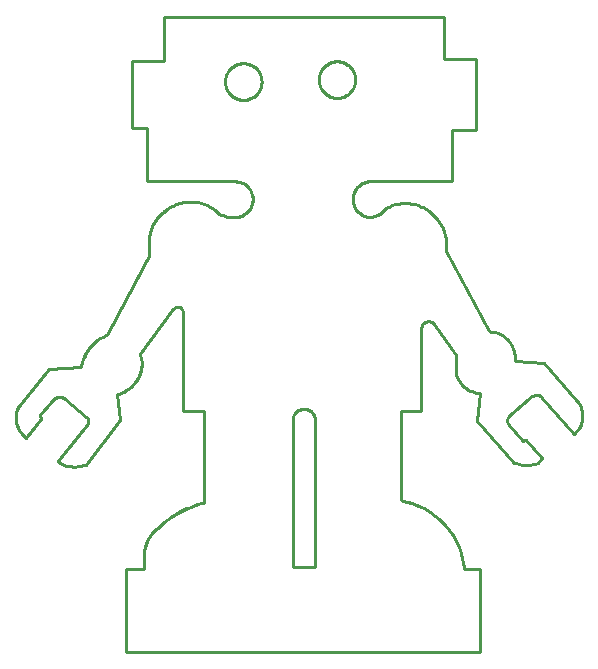
<source format=gko>
G04 EAGLE Gerber X2 export*
G75*
%MOMM*%
%FSLAX34Y34*%
%LPD*%
%AMOC8*
5,1,8,0,0,1.08239X$1,22.5*%
G01*
%ADD10C,0.127000*%
%ADD11C,0.000000*%
%ADD12C,0.254000*%


D10*
X50000Y0D02*
X350000Y0D01*
X350000Y70000D01*
X336000Y70000D01*
X50000Y70000D02*
X50000Y0D01*
X50000Y70000D02*
X65000Y70000D01*
X65000Y80000D01*
X64997Y80757D01*
X65013Y81513D01*
X65046Y82269D01*
X65099Y83023D01*
X65170Y83777D01*
X65259Y84528D01*
X65366Y85277D01*
X65492Y86023D01*
X65636Y86766D01*
X65798Y87505D01*
X65978Y88240D01*
X66175Y88970D01*
X66391Y89695D01*
X66624Y90415D01*
X66875Y91129D01*
X67143Y91836D01*
X67428Y92537D01*
X67730Y93230D01*
X68049Y93916D01*
X68385Y94594D01*
X68737Y95264D01*
X69105Y95925D01*
X69490Y96576D01*
X69890Y97219D01*
X70306Y97851D01*
X70737Y98472D01*
X71183Y99084D01*
X71643Y99684D01*
X72119Y100272D01*
X72608Y100849D01*
X73112Y101414D01*
X73629Y101966D01*
X74159Y102505D01*
X74703Y103032D01*
X75259Y103545D01*
X75827Y104044D01*
X76408Y104529D01*
X77000Y105000D01*
X76999Y105000D02*
X78416Y106342D01*
X79864Y107649D01*
X81343Y108920D01*
X82852Y110156D01*
X84390Y111355D01*
X85957Y112517D01*
X87551Y113641D01*
X89172Y114726D01*
X90818Y115772D01*
X92489Y116779D01*
X94184Y117744D01*
X95901Y118669D01*
X97640Y119552D01*
X99400Y120393D01*
X101179Y121192D01*
X102978Y121948D01*
X104794Y122660D01*
X106626Y123328D01*
X108474Y123953D01*
X110336Y124532D01*
X112212Y125067D01*
X114100Y125556D01*
X116000Y126000D01*
X116000Y204000D01*
X98000Y204000D01*
X98000Y287650D01*
X97998Y287780D01*
X97992Y287909D01*
X97982Y288038D01*
X97968Y288167D01*
X97951Y288295D01*
X97929Y288423D01*
X97904Y288550D01*
X97874Y288676D01*
X97841Y288801D01*
X97804Y288925D01*
X97763Y289048D01*
X97719Y289170D01*
X97671Y289290D01*
X97619Y289409D01*
X97564Y289526D01*
X97505Y289641D01*
X97442Y289755D01*
X97376Y289866D01*
X97307Y289976D01*
X97235Y290083D01*
X97159Y290188D01*
X97080Y290291D01*
X96998Y290391D01*
X96913Y290489D01*
X96825Y290584D01*
X96734Y290676D01*
X96640Y290766D01*
X96544Y290852D01*
X96445Y290936D01*
X96344Y291017D01*
X96240Y291094D01*
X96134Y291168D01*
X96026Y291239D01*
X95915Y291307D01*
X95803Y291371D01*
X95688Y291432D01*
X95572Y291490D01*
X95454Y291543D01*
X95335Y291593D01*
X95214Y291640D01*
X95092Y291683D01*
X94968Y291722D01*
X94843Y291757D01*
X94718Y291788D01*
X94591Y291816D01*
X94464Y291840D01*
X94336Y291859D01*
X94207Y291875D01*
X94078Y291887D01*
X93949Y291895D01*
X93820Y291899D01*
X93690Y291900D01*
X93561Y291896D01*
X93431Y291888D01*
X93302Y291876D01*
X93174Y291861D01*
X93046Y291841D01*
X92918Y291818D01*
X92792Y291791D01*
X92666Y291759D01*
X92541Y291724D01*
X92418Y291686D01*
X92295Y291643D01*
X92174Y291597D01*
X92055Y291547D01*
X91937Y291494D01*
X91820Y291437D01*
X91706Y291376D01*
X91593Y291312D01*
X91483Y291245D01*
X91374Y291174D01*
X91268Y291100D01*
X91164Y291023D01*
X91062Y290942D01*
X90963Y290859D01*
X90867Y290772D01*
X90773Y290683D01*
X90682Y290591D01*
X90594Y290496D01*
X90508Y290399D01*
X90426Y290299D01*
X90347Y290196D01*
X90271Y290091D01*
X90198Y289984D01*
X90129Y289875D01*
X90063Y289763D01*
X90000Y289650D01*
X62000Y252000D01*
X63230Y244190D01*
X63227Y243549D01*
X63208Y242909D01*
X63173Y242269D01*
X63123Y241630D01*
X63058Y240993D01*
X62977Y240357D01*
X62881Y239724D01*
X62769Y239093D01*
X62643Y238465D01*
X62501Y237840D01*
X62345Y237218D01*
X62173Y236601D01*
X61987Y235988D01*
X61785Y235380D01*
X61570Y234776D01*
X61339Y234178D01*
X61095Y233586D01*
X60836Y233000D01*
X60563Y232420D01*
X60276Y231847D01*
X59976Y231281D01*
X59662Y230723D01*
X59334Y230172D01*
X58993Y229629D01*
X58640Y229095D01*
X58273Y228569D01*
X57894Y228053D01*
X57503Y227545D01*
X57099Y227048D01*
X56684Y226560D01*
X56257Y226082D01*
X55819Y225615D01*
X55369Y225158D01*
X54909Y224713D01*
X54438Y224278D01*
X53956Y223855D01*
X53465Y223444D01*
X52963Y223045D01*
X52453Y222658D01*
X51933Y222284D01*
X51404Y221922D01*
X50867Y221573D01*
X50321Y221237D01*
X49767Y220914D01*
X49206Y220605D01*
X48638Y220309D01*
X48062Y220027D01*
X47480Y219759D01*
X46892Y219506D01*
X46298Y219266D01*
X45698Y219041D01*
X45092Y218831D01*
X44482Y218635D01*
X43868Y218454D01*
X43249Y218287D01*
X42626Y218136D01*
X42000Y218000D01*
X45175Y196000D01*
X16175Y157825D01*
X9000Y156825D01*
X9000Y156826D02*
X8461Y156749D01*
X7920Y156685D01*
X7378Y156635D01*
X6835Y156597D01*
X6291Y156572D01*
X5747Y156560D01*
X5203Y156561D01*
X4658Y156575D01*
X4115Y156603D01*
X3572Y156643D01*
X3030Y156696D01*
X2489Y156762D01*
X1951Y156840D01*
X1414Y156932D01*
X880Y157037D01*
X348Y157154D01*
X-180Y157284D01*
X-706Y157426D01*
X-1228Y157581D01*
X-1746Y157748D01*
X-2260Y157928D01*
X-2769Y158120D01*
X-3274Y158324D01*
X-3774Y158540D01*
X-4268Y158768D01*
X-4757Y159007D01*
X-5240Y159258D01*
X-5717Y159521D01*
X-6187Y159795D01*
X-6651Y160080D01*
X-7108Y160376D01*
X-7558Y160683D01*
X-8000Y161001D01*
X-8000Y161000D02*
X17000Y192000D01*
X-22000Y197000D02*
X-35000Y181000D01*
X-39175Y185175D01*
X-39174Y185175D02*
X-39476Y185587D01*
X-39767Y186007D01*
X-40049Y186433D01*
X-40320Y186866D01*
X-40580Y187305D01*
X-40830Y187751D01*
X-41069Y188202D01*
X-41297Y188659D01*
X-41514Y189121D01*
X-41720Y189588D01*
X-41914Y190061D01*
X-42097Y190537D01*
X-42269Y191018D01*
X-42429Y191503D01*
X-42577Y191992D01*
X-42713Y192484D01*
X-42838Y192979D01*
X-42950Y193478D01*
X-43051Y193978D01*
X-43139Y194481D01*
X-43216Y194986D01*
X-43280Y195493D01*
X-43332Y196001D01*
X-43371Y196510D01*
X-43399Y197020D01*
X-43414Y197530D01*
X-43417Y198041D01*
X-43407Y198552D01*
X-43385Y199062D01*
X-43351Y199571D01*
X-43305Y200080D01*
X-43246Y200587D01*
X-43176Y201093D01*
X-43093Y201597D01*
X-42998Y202099D01*
X-42891Y202598D01*
X-42772Y203095D01*
X-42641Y203588D01*
X-42498Y204079D01*
X-42344Y204565D01*
X-42177Y205048D01*
X-42000Y205527D01*
X-41810Y206001D01*
X-41610Y206471D01*
X-41398Y206935D01*
X-41175Y207395D01*
X-40941Y207849D01*
X-40696Y208297D01*
X-40441Y208739D01*
X-40174Y209175D01*
X-40175Y209175D02*
X-15175Y239000D01*
X12000Y241000D01*
X13000Y245000D01*
X13201Y245765D01*
X13421Y246526D01*
X13659Y247281D01*
X13915Y248030D01*
X14189Y248772D01*
X14481Y249508D01*
X14790Y250236D01*
X15118Y250957D01*
X15462Y251670D01*
X15824Y252374D01*
X16202Y253069D01*
X16597Y253755D01*
X17009Y254431D01*
X17437Y255097D01*
X17880Y255753D01*
X18340Y256397D01*
X18815Y257031D01*
X19305Y257652D01*
X19809Y258262D01*
X20329Y258859D01*
X20863Y259444D01*
X21410Y260015D01*
X21972Y260573D01*
X22546Y261118D01*
X23134Y261648D01*
X23734Y262164D01*
X24347Y262665D01*
X24971Y263152D01*
X25607Y263623D01*
X26254Y264079D01*
X26912Y264519D01*
X27581Y264943D01*
X28259Y265350D01*
X28947Y265741D01*
X29645Y266116D01*
X30351Y266473D01*
X31065Y266814D01*
X31788Y267137D01*
X32518Y267442D01*
X33256Y267730D01*
X34000Y268000D01*
X69000Y335000D01*
X69000Y345000D01*
X69011Y345870D01*
X69042Y346739D01*
X69095Y347608D01*
X69168Y348475D01*
X69262Y349339D01*
X69378Y350202D01*
X69514Y351061D01*
X69671Y351917D01*
X69848Y352768D01*
X70046Y353615D01*
X70264Y354457D01*
X70503Y355294D01*
X70762Y356125D01*
X71041Y356949D01*
X71339Y357766D01*
X71658Y358575D01*
X71995Y359377D01*
X72353Y360170D01*
X72729Y360955D01*
X73124Y361730D01*
X73537Y362495D01*
X73969Y363251D01*
X74419Y363995D01*
X74887Y364728D01*
X75373Y365450D01*
X75875Y366160D01*
X76395Y366858D01*
X76932Y367543D01*
X77485Y368214D01*
X78054Y368872D01*
X78638Y369517D01*
X79238Y370146D01*
X79854Y370762D01*
X80483Y371362D01*
X81128Y371946D01*
X81786Y372515D01*
X82457Y373068D01*
X83142Y373605D01*
X83840Y374125D01*
X84550Y374627D01*
X85272Y375113D01*
X86005Y375581D01*
X86749Y376031D01*
X87505Y376463D01*
X88270Y376876D01*
X89045Y377271D01*
X89830Y377647D01*
X90623Y378005D01*
X91425Y378342D01*
X92234Y378661D01*
X93051Y378959D01*
X93875Y379238D01*
X94706Y379497D01*
X95543Y379736D01*
X96385Y379954D01*
X97232Y380152D01*
X98083Y380329D01*
X98939Y380486D01*
X99798Y380622D01*
X100661Y380738D01*
X101525Y380832D01*
X102392Y380905D01*
X103261Y380958D01*
X104130Y380989D01*
X105000Y381000D01*
X105766Y380991D01*
X106531Y380963D01*
X107296Y380916D01*
X108059Y380851D01*
X108820Y380768D01*
X109579Y380666D01*
X110335Y380546D01*
X111089Y380407D01*
X111838Y380250D01*
X112584Y380075D01*
X113325Y379882D01*
X114061Y379671D01*
X114792Y379443D01*
X115517Y379196D01*
X116236Y378932D01*
X116949Y378651D01*
X117654Y378352D01*
X118352Y378037D01*
X119042Y377705D01*
X119723Y377356D01*
X120397Y376990D01*
X121060Y376608D01*
X121715Y376211D01*
X122360Y375797D01*
X122994Y375368D01*
X123618Y374924D01*
X124231Y374465D01*
X124833Y373991D01*
X125422Y373502D01*
X126000Y373000D01*
X126000Y373001D02*
X126370Y372678D01*
X126748Y372365D01*
X127134Y372062D01*
X127526Y371767D01*
X127926Y371482D01*
X128332Y371207D01*
X128745Y370942D01*
X129164Y370686D01*
X129589Y370441D01*
X130020Y370207D01*
X130456Y369982D01*
X130898Y369768D01*
X131345Y369565D01*
X131796Y369373D01*
X132252Y369192D01*
X132712Y369022D01*
X133176Y368863D01*
X133644Y368715D01*
X134116Y368578D01*
X134590Y368453D01*
X135068Y368339D01*
X135547Y368237D01*
X136030Y368147D01*
X136514Y368068D01*
X137000Y368001D01*
X137634Y367928D01*
X138269Y367870D01*
X138906Y367826D01*
X139543Y367797D01*
X140181Y367783D01*
X140819Y367783D01*
X141457Y367797D01*
X142094Y367826D01*
X142731Y367870D01*
X143366Y367928D01*
X144000Y368001D01*
X144001Y368000D02*
X144367Y368051D01*
X144732Y368111D01*
X145095Y368179D01*
X145457Y368257D01*
X145817Y368343D01*
X146174Y368438D01*
X146529Y368542D01*
X146881Y368655D01*
X147231Y368776D01*
X147577Y368906D01*
X147920Y369044D01*
X148260Y369190D01*
X148596Y369345D01*
X148928Y369508D01*
X149255Y369679D01*
X149579Y369858D01*
X149898Y370045D01*
X150213Y370240D01*
X150522Y370442D01*
X150827Y370652D01*
X151126Y370870D01*
X151420Y371094D01*
X151708Y371326D01*
X151991Y371565D01*
X152267Y371810D01*
X152538Y372063D01*
X152802Y372321D01*
X153059Y372587D01*
X153311Y372858D01*
X153555Y373136D01*
X153793Y373419D01*
X154023Y373708D01*
X154246Y374003D01*
X154462Y374303D01*
X154671Y374609D01*
X154872Y374919D01*
X155066Y375234D01*
X155251Y375554D01*
X155429Y375879D01*
X155599Y376207D01*
X155760Y376540D01*
X155914Y376877D01*
X156059Y377217D01*
X156195Y377560D01*
X156324Y377907D01*
X156443Y378257D01*
X156554Y378610D01*
X156657Y378965D01*
X156750Y379323D01*
X156835Y379683D01*
X156911Y380045D01*
X156978Y380409D01*
X157036Y380774D01*
X157086Y381141D01*
X157126Y381508D01*
X157157Y381877D01*
X157179Y382246D01*
X157192Y382616D01*
X157196Y382986D01*
X157191Y383355D01*
X157177Y383725D01*
X157153Y384094D01*
X157121Y384463D01*
X157080Y384830D01*
X157030Y385196D01*
X156970Y385562D01*
X156902Y385925D01*
X156825Y386287D01*
X156739Y386646D01*
X156644Y387004D01*
X156541Y387359D01*
X156429Y387711D01*
X156308Y388061D01*
X156178Y388408D01*
X156041Y388751D01*
X155895Y389091D01*
X155740Y389427D01*
X155577Y389759D01*
X155407Y390087D01*
X155228Y390411D01*
X155041Y390730D01*
X154847Y391045D01*
X154645Y391354D01*
X154435Y391659D01*
X154218Y391959D01*
X153994Y392253D01*
X153763Y392541D01*
X153524Y392824D01*
X153279Y393101D01*
X153027Y393372D01*
X152768Y393636D01*
X152503Y393894D01*
X152232Y394145D01*
X151955Y394390D01*
X151672Y394628D01*
X151383Y394859D01*
X151088Y395083D01*
X150788Y395299D01*
X150483Y395508D01*
X150173Y395709D01*
X149858Y395903D01*
X149538Y396089D01*
X149214Y396267D01*
X148886Y396437D01*
X148553Y396599D01*
X148217Y396753D01*
X147877Y396898D01*
X147533Y397035D01*
X147186Y397164D01*
X146837Y397284D01*
X146484Y397396D01*
X146129Y397498D01*
X145771Y397592D01*
X145411Y397678D01*
X145049Y397754D01*
X144685Y397821D01*
X144320Y397880D01*
X143954Y397930D01*
X143586Y397970D01*
X143218Y398002D01*
X142848Y398024D01*
X142479Y398038D01*
X142109Y398042D01*
X141739Y398037D01*
X141370Y398024D01*
X141000Y398001D01*
X141000Y398000D02*
X68000Y398000D01*
X68000Y443000D01*
X55000Y443000D01*
X55000Y500000D01*
X82000Y500000D01*
X82000Y537000D01*
X319000Y537000D01*
X319000Y502000D01*
X346000Y502000D01*
X346000Y442000D01*
X326000Y442000D01*
X326000Y398000D01*
X259000Y398000D01*
X258634Y398045D01*
X258267Y398080D01*
X257900Y398106D01*
X257532Y398124D01*
X257163Y398132D01*
X256795Y398132D01*
X256426Y398122D01*
X256058Y398104D01*
X255691Y398076D01*
X255324Y398040D01*
X254958Y397995D01*
X254594Y397940D01*
X254231Y397877D01*
X253869Y397806D01*
X253510Y397725D01*
X253152Y397636D01*
X252797Y397538D01*
X252444Y397431D01*
X252094Y397316D01*
X251747Y397192D01*
X251403Y397060D01*
X251062Y396919D01*
X250725Y396771D01*
X250391Y396614D01*
X250062Y396449D01*
X249736Y396276D01*
X249415Y396095D01*
X249099Y395906D01*
X248787Y395710D01*
X248480Y395506D01*
X248178Y395295D01*
X247881Y395077D01*
X247589Y394851D01*
X247304Y394618D01*
X247024Y394379D01*
X246749Y394133D01*
X246481Y393880D01*
X246220Y393620D01*
X245964Y393355D01*
X245715Y393083D01*
X245473Y392805D01*
X245238Y392521D01*
X245009Y392232D01*
X244788Y391937D01*
X244574Y391637D01*
X244367Y391332D01*
X244168Y391022D01*
X243977Y390707D01*
X243793Y390388D01*
X243617Y390064D01*
X243449Y389736D01*
X243289Y389404D01*
X243137Y389068D01*
X242993Y388729D01*
X242858Y388386D01*
X242731Y388040D01*
X242613Y387691D01*
X242503Y387340D01*
X242401Y386985D01*
X242308Y386629D01*
X242224Y386270D01*
X242149Y385909D01*
X242083Y385547D01*
X242025Y385183D01*
X241977Y384817D01*
X241937Y384451D01*
X241906Y384084D01*
X241884Y383716D01*
X241871Y383347D01*
X241867Y382979D01*
X241872Y382610D01*
X241886Y382242D01*
X241909Y381874D01*
X241941Y381507D01*
X241982Y381141D01*
X242031Y380776D01*
X242090Y380412D01*
X242157Y380050D01*
X242234Y379689D01*
X242319Y379330D01*
X242412Y378974D01*
X242515Y378620D01*
X242626Y378269D01*
X242745Y377920D01*
X242873Y377574D01*
X243009Y377232D01*
X243154Y376893D01*
X243307Y376558D01*
X243468Y376226D01*
X243637Y375899D01*
X243814Y375575D01*
X243998Y375256D01*
X244191Y374942D01*
X244391Y374633D01*
X244598Y374328D01*
X244813Y374029D01*
X245035Y373734D01*
X245264Y373446D01*
X245500Y373163D01*
X245743Y372886D01*
X245993Y372615D01*
X246249Y372350D01*
X246512Y372091D01*
X246781Y371839D01*
X247055Y371593D01*
X247336Y371355D01*
X247622Y371123D01*
X247914Y370898D01*
X248212Y370680D01*
X248514Y370470D01*
X248822Y370267D01*
X249135Y370072D01*
X249452Y369884D01*
X249773Y369704D01*
X250099Y369532D01*
X250429Y369368D01*
X250763Y369212D01*
X251101Y369064D01*
X251442Y368925D01*
X251786Y368793D01*
X252134Y368671D01*
X252484Y368556D01*
X252837Y368451D01*
X253193Y368354D01*
X253551Y368265D01*
X253910Y368186D01*
X254272Y368115D01*
X254635Y368053D01*
X255000Y368000D01*
X256000Y368000D01*
X268001Y374000D02*
X268639Y374435D01*
X269289Y374855D01*
X269948Y375258D01*
X270617Y375646D01*
X271295Y376017D01*
X271982Y376371D01*
X272678Y376708D01*
X273381Y377028D01*
X274093Y377331D01*
X274811Y377617D01*
X275536Y377885D01*
X276268Y378135D01*
X277005Y378367D01*
X277748Y378581D01*
X278496Y378776D01*
X279248Y378954D01*
X280004Y379113D01*
X280765Y379253D01*
X281528Y379375D01*
X282294Y379478D01*
X283062Y379563D01*
X283833Y379628D01*
X284604Y379675D01*
X285377Y379703D01*
X286150Y379712D01*
X286923Y379702D01*
X287695Y379673D01*
X288467Y379626D01*
X289237Y379559D01*
X290005Y379474D01*
X290771Y379370D01*
X291534Y379247D01*
X292294Y379106D01*
X293051Y378946D01*
X293803Y378768D01*
X294551Y378571D01*
X295293Y378356D01*
X296030Y378123D01*
X296761Y377873D01*
X297486Y377604D01*
X298204Y377318D01*
X298915Y377014D01*
X299618Y376693D01*
X300314Y376355D01*
X301000Y376000D01*
X301789Y375607D01*
X302567Y375194D01*
X303335Y374763D01*
X304092Y374313D01*
X304838Y373845D01*
X305573Y373358D01*
X306295Y372854D01*
X307004Y372332D01*
X307701Y371792D01*
X308384Y371236D01*
X309053Y370664D01*
X309708Y370075D01*
X310349Y369470D01*
X310974Y368850D01*
X311584Y368214D01*
X312179Y367564D01*
X312757Y366900D01*
X313319Y366221D01*
X313864Y365529D01*
X314392Y364824D01*
X314902Y364106D01*
X315395Y363376D01*
X315869Y362634D01*
X316326Y361880D01*
X316763Y361116D01*
X317182Y360341D01*
X317582Y359556D01*
X317962Y358762D01*
X318323Y357958D01*
X318664Y357146D01*
X318985Y356326D01*
X319286Y355498D01*
X319567Y354663D01*
X319827Y353821D01*
X320066Y352973D01*
X320284Y352120D01*
X320482Y351261D01*
X320658Y350398D01*
X320813Y349531D01*
X320947Y348661D01*
X321059Y347787D01*
X321150Y346911D01*
X321220Y346033D01*
X321268Y345153D01*
X321294Y344273D01*
X321299Y343392D01*
X321282Y342511D01*
X321244Y341631D01*
X321184Y340752D01*
X321103Y339875D01*
X321000Y339000D01*
X357000Y271000D01*
X357532Y270994D01*
X358063Y270974D01*
X358594Y270942D01*
X359123Y270897D01*
X359652Y270840D01*
X360179Y270769D01*
X360704Y270686D01*
X361227Y270590D01*
X361747Y270482D01*
X362265Y270361D01*
X362780Y270227D01*
X363291Y270081D01*
X363798Y269923D01*
X364302Y269753D01*
X364801Y269570D01*
X365296Y269376D01*
X365786Y269169D01*
X366271Y268951D01*
X366750Y268721D01*
X367224Y268480D01*
X367692Y268227D01*
X368153Y267963D01*
X368608Y267688D01*
X369056Y267402D01*
X369497Y267106D01*
X369931Y266798D01*
X370358Y266481D01*
X370776Y266153D01*
X371187Y265815D01*
X371589Y265467D01*
X371982Y265110D01*
X372367Y264743D01*
X372743Y264367D01*
X373110Y263982D01*
X373467Y263589D01*
X373815Y263187D01*
X374153Y262776D01*
X374481Y262358D01*
X374798Y261931D01*
X375106Y261497D01*
X375402Y261056D01*
X375688Y260608D01*
X375963Y260153D01*
X376227Y259692D01*
X376480Y259224D01*
X376721Y258750D01*
X376951Y258271D01*
X377169Y257786D01*
X377376Y257296D01*
X377570Y256801D01*
X377753Y256302D01*
X377923Y255798D01*
X378081Y255291D01*
X378227Y254780D01*
X378361Y254265D01*
X378482Y253747D01*
X378590Y253227D01*
X378686Y252704D01*
X378769Y252179D01*
X378840Y251652D01*
X378897Y251123D01*
X378942Y250594D01*
X378974Y250063D01*
X378994Y249532D01*
X379000Y249000D01*
X379000Y246000D01*
X404175Y244000D01*
X431175Y213000D01*
X431496Y212636D01*
X431808Y212264D01*
X432112Y211885D01*
X432406Y211499D01*
X432690Y211106D01*
X432965Y210706D01*
X433230Y210299D01*
X433486Y209886D01*
X433731Y209468D01*
X433966Y209043D01*
X434191Y208613D01*
X434405Y208177D01*
X434608Y207736D01*
X434801Y207291D01*
X434983Y206841D01*
X435155Y206387D01*
X435315Y205928D01*
X435464Y205466D01*
X435602Y205001D01*
X435728Y204532D01*
X435843Y204061D01*
X435947Y203587D01*
X436039Y203110D01*
X436120Y202631D01*
X436189Y202151D01*
X436246Y201669D01*
X436292Y201186D01*
X436326Y200701D01*
X436348Y200216D01*
X436359Y199731D01*
X436358Y199246D01*
X436345Y198760D01*
X436320Y198276D01*
X436284Y197792D01*
X436236Y197309D01*
X436176Y196827D01*
X436105Y196347D01*
X436022Y195868D01*
X435928Y195392D01*
X435822Y194918D01*
X435705Y194447D01*
X435576Y193979D01*
X435436Y193515D01*
X435285Y193053D01*
X435123Y192596D01*
X434949Y192142D01*
X434765Y191693D01*
X434570Y191249D01*
X434364Y190809D01*
X434148Y190374D01*
X433922Y189945D01*
X433685Y189522D01*
X433437Y189104D01*
X433180Y188692D01*
X432913Y188287D01*
X432636Y187888D01*
X432350Y187496D01*
X432054Y187111D01*
X431749Y186734D01*
X431435Y186363D01*
X431112Y186001D01*
X430781Y185646D01*
X430441Y185300D01*
X430092Y184962D01*
X429736Y184632D01*
X429372Y184311D01*
X429000Y183999D01*
X429000Y184000D02*
X402000Y215000D01*
X389000Y179000D02*
X402000Y164000D01*
X398825Y159825D01*
X398228Y159594D01*
X397625Y159378D01*
X397018Y159176D01*
X396405Y158988D01*
X395789Y158815D01*
X395168Y158657D01*
X394544Y158513D01*
X393917Y158385D01*
X393287Y158271D01*
X392654Y158173D01*
X392019Y158089D01*
X391383Y158021D01*
X390744Y157967D01*
X390105Y157929D01*
X389465Y157907D01*
X388825Y157899D01*
X388185Y157907D01*
X387545Y157929D01*
X386906Y157967D01*
X386267Y158021D01*
X385631Y158089D01*
X384996Y158173D01*
X384363Y158271D01*
X383733Y158385D01*
X383106Y158513D01*
X382482Y158657D01*
X381861Y158815D01*
X381245Y158988D01*
X380632Y159176D01*
X380025Y159378D01*
X379422Y159594D01*
X378825Y159825D01*
X347000Y194825D01*
X350000Y219000D01*
X349493Y219006D01*
X348985Y219025D01*
X348479Y219055D01*
X347973Y219098D01*
X347469Y219153D01*
X346966Y219220D01*
X346465Y219300D01*
X345965Y219391D01*
X345469Y219495D01*
X344974Y219610D01*
X344483Y219738D01*
X343995Y219877D01*
X343511Y220028D01*
X343030Y220190D01*
X342553Y220365D01*
X342081Y220550D01*
X341613Y220747D01*
X341151Y220956D01*
X340693Y221175D01*
X340241Y221405D01*
X339794Y221647D01*
X339354Y221899D01*
X338920Y222161D01*
X338492Y222434D01*
X338071Y222717D01*
X337657Y223011D01*
X337250Y223314D01*
X336850Y223627D01*
X336458Y223949D01*
X336074Y224281D01*
X335699Y224622D01*
X335331Y224972D01*
X334972Y225331D01*
X334622Y225699D01*
X334281Y226074D01*
X333949Y226458D01*
X333627Y226850D01*
X333314Y227250D01*
X333011Y227657D01*
X332717Y228071D01*
X332434Y228492D01*
X332161Y228920D01*
X331899Y229354D01*
X331647Y229794D01*
X331405Y230241D01*
X331175Y230693D01*
X330956Y231151D01*
X330747Y231613D01*
X330550Y232081D01*
X330365Y232553D01*
X330190Y233030D01*
X330028Y233511D01*
X329877Y233995D01*
X329738Y234483D01*
X329610Y234974D01*
X329495Y235469D01*
X329391Y235965D01*
X329300Y236465D01*
X329220Y236966D01*
X329153Y237469D01*
X329098Y237973D01*
X329055Y238479D01*
X329025Y238985D01*
X329006Y239493D01*
X329000Y240000D01*
X329000Y251000D01*
X311000Y277000D01*
X310911Y277126D01*
X310818Y277250D01*
X310722Y277371D01*
X310623Y277489D01*
X310521Y277605D01*
X310417Y277719D01*
X310309Y277829D01*
X310199Y277937D01*
X310085Y278042D01*
X309970Y278144D01*
X309851Y278244D01*
X309731Y278340D01*
X309607Y278433D01*
X309482Y278522D01*
X309354Y278609D01*
X309224Y278692D01*
X309092Y278772D01*
X308958Y278849D01*
X308822Y278922D01*
X308684Y278992D01*
X308544Y279058D01*
X308403Y279120D01*
X308260Y279179D01*
X308116Y279234D01*
X307971Y279286D01*
X307824Y279333D01*
X307676Y279377D01*
X307527Y279418D01*
X307377Y279454D01*
X307226Y279487D01*
X307074Y279515D01*
X306922Y279540D01*
X306769Y279561D01*
X306615Y279578D01*
X306462Y279591D01*
X306308Y279600D01*
X306153Y279606D01*
X305999Y279607D01*
X305845Y279604D01*
X305690Y279598D01*
X305536Y279587D01*
X305383Y279573D01*
X305229Y279554D01*
X305076Y279532D01*
X304924Y279506D01*
X304773Y279476D01*
X304622Y279442D01*
X304473Y279404D01*
X304324Y279363D01*
X304176Y279318D01*
X304030Y279269D01*
X303885Y279216D01*
X303741Y279159D01*
X303599Y279099D01*
X303458Y279036D01*
X303319Y278968D01*
X303182Y278898D01*
X303047Y278823D01*
X302913Y278746D01*
X302782Y278665D01*
X302653Y278580D01*
X302526Y278492D01*
X302401Y278402D01*
X302278Y278308D01*
X302158Y278210D01*
X302041Y278110D01*
X301926Y278007D01*
X301814Y277901D01*
X301704Y277792D01*
X301598Y277681D01*
X301494Y277566D01*
X301393Y277449D01*
X301295Y277330D01*
X301200Y277208D01*
X301109Y277084D01*
X301020Y276957D01*
X300935Y276828D01*
X300853Y276697D01*
X300775Y276565D01*
X300700Y276430D01*
X300628Y276293D01*
X300560Y276154D01*
X300496Y276014D01*
X300435Y275872D01*
X300378Y275729D01*
X300324Y275584D01*
X300274Y275438D01*
X300228Y275291D01*
X300186Y275142D01*
X300147Y274993D01*
X300112Y274842D01*
X300081Y274691D01*
X300054Y274539D01*
X300031Y274386D01*
X300012Y274233D01*
X299997Y274079D01*
X299985Y273925D01*
X299978Y273771D01*
X299974Y273617D01*
X299975Y273462D01*
X299979Y273308D01*
X299987Y273154D01*
X300000Y273000D01*
X300000Y204000D01*
X283000Y204000D01*
X283000Y128000D01*
X287000Y127000D01*
X287000Y127001D02*
X288502Y126633D01*
X289995Y126228D01*
X291477Y125788D01*
X292949Y125311D01*
X294408Y124799D01*
X295855Y124252D01*
X297288Y123669D01*
X298706Y123052D01*
X300108Y122401D01*
X301495Y121715D01*
X302864Y120996D01*
X304216Y120244D01*
X305548Y119459D01*
X306862Y118642D01*
X308155Y117793D01*
X309427Y116913D01*
X310677Y116003D01*
X311904Y115062D01*
X313109Y114092D01*
X314289Y113092D01*
X315445Y112065D01*
X316575Y111009D01*
X317680Y109926D01*
X318757Y108817D01*
X319808Y107681D01*
X320830Y106521D01*
X321824Y105336D01*
X322789Y104127D01*
X323724Y102895D01*
X324629Y101641D01*
X325503Y100365D01*
X326345Y99068D01*
X327156Y97751D01*
X327935Y96414D01*
X328681Y95060D01*
X329393Y93687D01*
X330072Y92297D01*
X330717Y90892D01*
X331328Y89471D01*
X331904Y88035D01*
X332445Y86586D01*
X332950Y85124D01*
X333420Y83651D01*
X333853Y82166D01*
X334251Y80671D01*
X334612Y79167D01*
X334936Y77655D01*
X335223Y76135D01*
X335473Y74609D01*
X335686Y73077D01*
X335862Y71541D01*
X336000Y70000D01*
X256000Y368000D02*
X256366Y368004D01*
X256732Y368018D01*
X257097Y368040D01*
X257462Y368071D01*
X257826Y368112D01*
X258188Y368160D01*
X258550Y368218D01*
X258910Y368285D01*
X259268Y368360D01*
X259624Y368444D01*
X259978Y368537D01*
X260330Y368639D01*
X260679Y368748D01*
X261025Y368867D01*
X261369Y368994D01*
X261709Y369129D01*
X262046Y369272D01*
X262379Y369424D01*
X262708Y369584D01*
X263034Y369751D01*
X263355Y369927D01*
X263672Y370110D01*
X263984Y370301D01*
X264291Y370500D01*
X264594Y370706D01*
X264891Y370919D01*
X265183Y371140D01*
X265470Y371367D01*
X265751Y371602D01*
X266026Y371843D01*
X266295Y372091D01*
X266559Y372346D01*
X266815Y372606D01*
X267066Y372873D01*
X267310Y373146D01*
X267547Y373425D01*
X267777Y373710D01*
X268000Y374000D01*
X191000Y196000D02*
X191000Y72000D01*
X191000Y196000D02*
X191003Y196231D01*
X191011Y196463D01*
X191025Y196693D01*
X191045Y196924D01*
X191070Y197154D01*
X191101Y197383D01*
X191138Y197612D01*
X191180Y197839D01*
X191227Y198066D01*
X191280Y198291D01*
X191339Y198515D01*
X191403Y198737D01*
X191472Y198958D01*
X191547Y199177D01*
X191627Y199394D01*
X191712Y199609D01*
X191803Y199822D01*
X191898Y200032D01*
X191999Y200241D01*
X192105Y200446D01*
X192216Y200649D01*
X192331Y200850D01*
X192452Y201047D01*
X192577Y201242D01*
X192707Y201433D01*
X192842Y201621D01*
X192981Y201806D01*
X193124Y201988D01*
X193272Y202165D01*
X193425Y202340D01*
X193581Y202510D01*
X193742Y202676D01*
X193906Y202839D01*
X194075Y202998D01*
X194247Y203152D01*
X194423Y203302D01*
X194603Y203448D01*
X194786Y203589D01*
X194972Y203726D01*
X195162Y203859D01*
X195355Y203986D01*
X195551Y204109D01*
X195750Y204227D01*
X195952Y204340D01*
X196156Y204449D01*
X196363Y204552D01*
X196573Y204650D01*
X196785Y204743D01*
X196999Y204831D01*
X197215Y204914D01*
X197433Y204991D01*
X197652Y205063D01*
X197874Y205130D01*
X198097Y205191D01*
X198322Y205247D01*
X198547Y205297D01*
X198774Y205342D01*
X199002Y205381D01*
X199231Y205415D01*
X199461Y205443D01*
X199691Y205466D01*
X199922Y205482D01*
X200153Y205494D01*
X200384Y205499D01*
X200616Y205499D01*
X200847Y205494D01*
X201078Y205482D01*
X201309Y205466D01*
X201539Y205443D01*
X201769Y205415D01*
X201998Y205381D01*
X202226Y205342D01*
X202453Y205297D01*
X202678Y205247D01*
X202903Y205191D01*
X203126Y205130D01*
X203348Y205063D01*
X203567Y204991D01*
X203785Y204914D01*
X204001Y204831D01*
X204215Y204743D01*
X204427Y204650D01*
X204637Y204552D01*
X204844Y204449D01*
X205048Y204340D01*
X205250Y204227D01*
X205449Y204109D01*
X205645Y203986D01*
X205838Y203859D01*
X206028Y203726D01*
X206214Y203589D01*
X206397Y203448D01*
X206577Y203302D01*
X206753Y203152D01*
X206925Y202998D01*
X207094Y202839D01*
X207258Y202676D01*
X207419Y202510D01*
X207575Y202340D01*
X207728Y202165D01*
X207876Y201988D01*
X208019Y201806D01*
X208158Y201621D01*
X208293Y201433D01*
X208423Y201242D01*
X208548Y201047D01*
X208669Y200850D01*
X208784Y200649D01*
X208895Y200446D01*
X209001Y200241D01*
X209102Y200032D01*
X209197Y199822D01*
X209288Y199609D01*
X209373Y199394D01*
X209453Y199177D01*
X209528Y198958D01*
X209597Y198737D01*
X209661Y198515D01*
X209720Y198291D01*
X209773Y198066D01*
X209820Y197839D01*
X209862Y197612D01*
X209899Y197383D01*
X209930Y197154D01*
X209955Y196924D01*
X209975Y196693D01*
X209989Y196463D01*
X209997Y196231D01*
X210000Y196000D01*
X210000Y72000D01*
X191000Y72000D01*
X17000Y192000D02*
X17085Y192109D01*
X17167Y192222D01*
X17246Y192336D01*
X17322Y192453D01*
X17394Y192572D01*
X17463Y192692D01*
X17528Y192815D01*
X17589Y192940D01*
X17648Y193066D01*
X17702Y193194D01*
X17753Y193323D01*
X17800Y193454D01*
X17843Y193586D01*
X17883Y193719D01*
X17918Y193854D01*
X17950Y193989D01*
X17978Y194125D01*
X18002Y194262D01*
X18022Y194400D01*
X18038Y194538D01*
X18050Y194676D01*
X18058Y194815D01*
X18062Y194954D01*
X18063Y195093D01*
X18059Y195232D01*
X18051Y195371D01*
X18039Y195509D01*
X18024Y195647D01*
X18004Y195785D01*
X17980Y195922D01*
X17953Y196058D01*
X17921Y196193D01*
X17886Y196328D01*
X17847Y196461D01*
X17804Y196593D01*
X17757Y196724D01*
X17707Y196854D01*
X17653Y196982D01*
X17595Y197108D01*
X17534Y197233D01*
X17469Y197356D01*
X17401Y197477D01*
X17329Y197596D01*
X17254Y197713D01*
X17175Y197828D01*
X17093Y197940D01*
X17008Y198050D01*
X16920Y198158D01*
X16829Y198262D01*
X16735Y198365D01*
X16638Y198464D01*
X16538Y198561D01*
X16436Y198655D01*
X16331Y198746D01*
X16223Y198834D01*
X16113Y198918D01*
X16000Y199000D01*
X-2000Y214000D01*
X-2140Y214107D01*
X-2282Y214212D01*
X-2427Y214312D01*
X-2575Y214410D01*
X-2724Y214503D01*
X-2876Y214593D01*
X-3030Y214679D01*
X-3186Y214762D01*
X-3344Y214840D01*
X-3504Y214915D01*
X-3666Y214986D01*
X-3829Y215053D01*
X-3994Y215116D01*
X-4160Y215175D01*
X-4328Y215230D01*
X-4497Y215280D01*
X-4667Y215327D01*
X-4838Y215369D01*
X-5011Y215408D01*
X-5184Y215442D01*
X-5358Y215472D01*
X-5532Y215497D01*
X-5707Y215519D01*
X-5883Y215536D01*
X-6059Y215549D01*
X-6235Y215557D01*
X-6412Y215561D01*
X-6588Y215561D01*
X-6765Y215557D01*
X-6941Y215549D01*
X-7117Y215536D01*
X-7293Y215519D01*
X-7468Y215497D01*
X-7642Y215472D01*
X-7816Y215442D01*
X-7989Y215408D01*
X-8162Y215369D01*
X-8333Y215327D01*
X-8503Y215280D01*
X-8672Y215230D01*
X-8840Y215175D01*
X-9006Y215116D01*
X-9171Y215053D01*
X-9334Y214986D01*
X-9496Y214915D01*
X-9656Y214840D01*
X-9814Y214762D01*
X-9970Y214679D01*
X-10124Y214593D01*
X-10276Y214503D01*
X-10425Y214410D01*
X-10573Y214312D01*
X-10718Y214212D01*
X-10860Y214107D01*
X-11000Y214000D01*
X-23000Y200000D01*
X-22000Y197000D01*
X386000Y178000D02*
X389000Y179000D01*
X386000Y178000D02*
X374000Y192000D01*
X373907Y192113D01*
X373817Y192228D01*
X373730Y192346D01*
X373647Y192466D01*
X373566Y192588D01*
X373489Y192712D01*
X373415Y192838D01*
X373345Y192966D01*
X373278Y193096D01*
X373215Y193228D01*
X373155Y193361D01*
X373099Y193496D01*
X373046Y193632D01*
X372997Y193770D01*
X372951Y193909D01*
X372910Y194049D01*
X372872Y194190D01*
X372838Y194332D01*
X372808Y194475D01*
X372781Y194619D01*
X372758Y194763D01*
X372740Y194908D01*
X372725Y195053D01*
X372714Y195199D01*
X372706Y195345D01*
X372703Y195491D01*
X372704Y195637D01*
X372708Y195783D01*
X372717Y195929D01*
X372729Y196074D01*
X372745Y196220D01*
X372765Y196364D01*
X372789Y196509D01*
X372817Y196652D01*
X372849Y196795D01*
X372884Y196937D01*
X372923Y197077D01*
X372966Y197217D01*
X373012Y197355D01*
X373063Y197493D01*
X373117Y197629D01*
X373174Y197763D01*
X373235Y197896D01*
X373300Y198027D01*
X373368Y198156D01*
X373439Y198283D01*
X373514Y198409D01*
X373592Y198532D01*
X373674Y198654D01*
X373758Y198773D01*
X373846Y198890D01*
X373937Y199004D01*
X374031Y199116D01*
X374128Y199226D01*
X374227Y199332D01*
X374330Y199437D01*
X374435Y199538D01*
X374543Y199636D01*
X374653Y199732D01*
X374766Y199825D01*
X374882Y199914D01*
X375000Y200001D01*
X394001Y215999D02*
X394110Y216095D01*
X394221Y216187D01*
X394336Y216277D01*
X394452Y216363D01*
X394571Y216446D01*
X394692Y216526D01*
X394816Y216603D01*
X394941Y216676D01*
X395068Y216745D01*
X395197Y216812D01*
X395328Y216874D01*
X395460Y216933D01*
X395595Y216989D01*
X395730Y217041D01*
X395867Y217089D01*
X396005Y217133D01*
X396144Y217174D01*
X396285Y217211D01*
X396426Y217243D01*
X396568Y217273D01*
X396711Y217298D01*
X396854Y217319D01*
X396998Y217337D01*
X397143Y217350D01*
X397287Y217360D01*
X397432Y217365D01*
X397577Y217367D01*
X397723Y217365D01*
X397867Y217359D01*
X398012Y217348D01*
X398157Y217334D01*
X398301Y217316D01*
X398444Y217294D01*
X398587Y217269D01*
X398729Y217239D01*
X398870Y217205D01*
X399010Y217168D01*
X399149Y217127D01*
X399287Y217082D01*
X399424Y217033D01*
X399559Y216981D01*
X399693Y216925D01*
X399825Y216865D01*
X399956Y216802D01*
X400084Y216736D01*
X400211Y216665D01*
X400336Y216592D01*
X400459Y216515D01*
X400580Y216434D01*
X400699Y216351D01*
X400815Y216264D01*
X400929Y216174D01*
X401040Y216081D01*
X401149Y215985D01*
X401255Y215886D01*
X401359Y215785D01*
X401459Y215680D01*
X401557Y215573D01*
X401652Y215463D01*
X401744Y215351D01*
X401832Y215236D01*
X401918Y215119D01*
X402000Y214999D01*
X394000Y216000D02*
X375000Y200000D01*
D11*
X213100Y484188D02*
X213105Y484568D01*
X213119Y484949D01*
X213142Y485328D01*
X213175Y485707D01*
X213217Y486085D01*
X213268Y486462D01*
X213328Y486838D01*
X213398Y487212D01*
X213477Y487584D01*
X213565Y487954D01*
X213661Y488322D01*
X213767Y488687D01*
X213882Y489050D01*
X214006Y489410D01*
X214139Y489766D01*
X214280Y490120D01*
X214430Y490469D01*
X214588Y490815D01*
X214755Y491157D01*
X214930Y491495D01*
X215114Y491828D01*
X215305Y492157D01*
X215505Y492480D01*
X215712Y492799D01*
X215927Y493113D01*
X216150Y493421D01*
X216381Y493724D01*
X216618Y494021D01*
X216863Y494312D01*
X217115Y494597D01*
X217374Y494876D01*
X217640Y495148D01*
X217912Y495414D01*
X218191Y495673D01*
X218476Y495925D01*
X218767Y496170D01*
X219064Y496407D01*
X219367Y496638D01*
X219675Y496861D01*
X219989Y497076D01*
X220308Y497283D01*
X220631Y497483D01*
X220960Y497674D01*
X221293Y497858D01*
X221631Y498033D01*
X221973Y498200D01*
X222319Y498358D01*
X222668Y498508D01*
X223022Y498649D01*
X223378Y498782D01*
X223738Y498906D01*
X224101Y499021D01*
X224466Y499127D01*
X224834Y499223D01*
X225204Y499311D01*
X225576Y499390D01*
X225950Y499460D01*
X226326Y499520D01*
X226703Y499571D01*
X227081Y499613D01*
X227460Y499646D01*
X227839Y499669D01*
X228220Y499683D01*
X228600Y499688D01*
X228980Y499683D01*
X229361Y499669D01*
X229740Y499646D01*
X230119Y499613D01*
X230497Y499571D01*
X230874Y499520D01*
X231250Y499460D01*
X231624Y499390D01*
X231996Y499311D01*
X232366Y499223D01*
X232734Y499127D01*
X233099Y499021D01*
X233462Y498906D01*
X233822Y498782D01*
X234178Y498649D01*
X234532Y498508D01*
X234881Y498358D01*
X235227Y498200D01*
X235569Y498033D01*
X235907Y497858D01*
X236240Y497674D01*
X236569Y497483D01*
X236892Y497283D01*
X237211Y497076D01*
X237525Y496861D01*
X237833Y496638D01*
X238136Y496407D01*
X238433Y496170D01*
X238724Y495925D01*
X239009Y495673D01*
X239288Y495414D01*
X239560Y495148D01*
X239826Y494876D01*
X240085Y494597D01*
X240337Y494312D01*
X240582Y494021D01*
X240819Y493724D01*
X241050Y493421D01*
X241273Y493113D01*
X241488Y492799D01*
X241695Y492480D01*
X241895Y492157D01*
X242086Y491828D01*
X242270Y491495D01*
X242445Y491157D01*
X242612Y490815D01*
X242770Y490469D01*
X242920Y490120D01*
X243061Y489766D01*
X243194Y489410D01*
X243318Y489050D01*
X243433Y488687D01*
X243539Y488322D01*
X243635Y487954D01*
X243723Y487584D01*
X243802Y487212D01*
X243872Y486838D01*
X243932Y486462D01*
X243983Y486085D01*
X244025Y485707D01*
X244058Y485328D01*
X244081Y484949D01*
X244095Y484568D01*
X244100Y484188D01*
X244095Y483808D01*
X244081Y483427D01*
X244058Y483048D01*
X244025Y482669D01*
X243983Y482291D01*
X243932Y481914D01*
X243872Y481538D01*
X243802Y481164D01*
X243723Y480792D01*
X243635Y480422D01*
X243539Y480054D01*
X243433Y479689D01*
X243318Y479326D01*
X243194Y478966D01*
X243061Y478610D01*
X242920Y478256D01*
X242770Y477907D01*
X242612Y477561D01*
X242445Y477219D01*
X242270Y476881D01*
X242086Y476548D01*
X241895Y476219D01*
X241695Y475896D01*
X241488Y475577D01*
X241273Y475263D01*
X241050Y474955D01*
X240819Y474652D01*
X240582Y474355D01*
X240337Y474064D01*
X240085Y473779D01*
X239826Y473500D01*
X239560Y473228D01*
X239288Y472962D01*
X239009Y472703D01*
X238724Y472451D01*
X238433Y472206D01*
X238136Y471969D01*
X237833Y471738D01*
X237525Y471515D01*
X237211Y471300D01*
X236892Y471093D01*
X236569Y470893D01*
X236240Y470702D01*
X235907Y470518D01*
X235569Y470343D01*
X235227Y470176D01*
X234881Y470018D01*
X234532Y469868D01*
X234178Y469727D01*
X233822Y469594D01*
X233462Y469470D01*
X233099Y469355D01*
X232734Y469249D01*
X232366Y469153D01*
X231996Y469065D01*
X231624Y468986D01*
X231250Y468916D01*
X230874Y468856D01*
X230497Y468805D01*
X230119Y468763D01*
X229740Y468730D01*
X229361Y468707D01*
X228980Y468693D01*
X228600Y468688D01*
X228220Y468693D01*
X227839Y468707D01*
X227460Y468730D01*
X227081Y468763D01*
X226703Y468805D01*
X226326Y468856D01*
X225950Y468916D01*
X225576Y468986D01*
X225204Y469065D01*
X224834Y469153D01*
X224466Y469249D01*
X224101Y469355D01*
X223738Y469470D01*
X223378Y469594D01*
X223022Y469727D01*
X222668Y469868D01*
X222319Y470018D01*
X221973Y470176D01*
X221631Y470343D01*
X221293Y470518D01*
X220960Y470702D01*
X220631Y470893D01*
X220308Y471093D01*
X219989Y471300D01*
X219675Y471515D01*
X219367Y471738D01*
X219064Y471969D01*
X218767Y472206D01*
X218476Y472451D01*
X218191Y472703D01*
X217912Y472962D01*
X217640Y473228D01*
X217374Y473500D01*
X217115Y473779D01*
X216863Y474064D01*
X216618Y474355D01*
X216381Y474652D01*
X216150Y474955D01*
X215927Y475263D01*
X215712Y475577D01*
X215505Y475896D01*
X215305Y476219D01*
X215114Y476548D01*
X214930Y476881D01*
X214755Y477219D01*
X214588Y477561D01*
X214430Y477907D01*
X214280Y478256D01*
X214139Y478610D01*
X214006Y478966D01*
X213882Y479326D01*
X213767Y479689D01*
X213661Y480054D01*
X213565Y480422D01*
X213477Y480792D01*
X213398Y481164D01*
X213328Y481538D01*
X213268Y481914D01*
X213217Y482291D01*
X213175Y482669D01*
X213142Y483048D01*
X213119Y483427D01*
X213105Y483808D01*
X213100Y484188D01*
X133725Y482600D02*
X133730Y482980D01*
X133744Y483361D01*
X133767Y483740D01*
X133800Y484119D01*
X133842Y484497D01*
X133893Y484874D01*
X133953Y485250D01*
X134023Y485624D01*
X134102Y485996D01*
X134190Y486366D01*
X134286Y486734D01*
X134392Y487099D01*
X134507Y487462D01*
X134631Y487822D01*
X134764Y488178D01*
X134905Y488532D01*
X135055Y488881D01*
X135213Y489227D01*
X135380Y489569D01*
X135555Y489907D01*
X135739Y490240D01*
X135930Y490569D01*
X136130Y490892D01*
X136337Y491211D01*
X136552Y491525D01*
X136775Y491833D01*
X137006Y492136D01*
X137243Y492433D01*
X137488Y492724D01*
X137740Y493009D01*
X137999Y493288D01*
X138265Y493560D01*
X138537Y493826D01*
X138816Y494085D01*
X139101Y494337D01*
X139392Y494582D01*
X139689Y494819D01*
X139992Y495050D01*
X140300Y495273D01*
X140614Y495488D01*
X140933Y495695D01*
X141256Y495895D01*
X141585Y496086D01*
X141918Y496270D01*
X142256Y496445D01*
X142598Y496612D01*
X142944Y496770D01*
X143293Y496920D01*
X143647Y497061D01*
X144003Y497194D01*
X144363Y497318D01*
X144726Y497433D01*
X145091Y497539D01*
X145459Y497635D01*
X145829Y497723D01*
X146201Y497802D01*
X146575Y497872D01*
X146951Y497932D01*
X147328Y497983D01*
X147706Y498025D01*
X148085Y498058D01*
X148464Y498081D01*
X148845Y498095D01*
X149225Y498100D01*
X149605Y498095D01*
X149986Y498081D01*
X150365Y498058D01*
X150744Y498025D01*
X151122Y497983D01*
X151499Y497932D01*
X151875Y497872D01*
X152249Y497802D01*
X152621Y497723D01*
X152991Y497635D01*
X153359Y497539D01*
X153724Y497433D01*
X154087Y497318D01*
X154447Y497194D01*
X154803Y497061D01*
X155157Y496920D01*
X155506Y496770D01*
X155852Y496612D01*
X156194Y496445D01*
X156532Y496270D01*
X156865Y496086D01*
X157194Y495895D01*
X157517Y495695D01*
X157836Y495488D01*
X158150Y495273D01*
X158458Y495050D01*
X158761Y494819D01*
X159058Y494582D01*
X159349Y494337D01*
X159634Y494085D01*
X159913Y493826D01*
X160185Y493560D01*
X160451Y493288D01*
X160710Y493009D01*
X160962Y492724D01*
X161207Y492433D01*
X161444Y492136D01*
X161675Y491833D01*
X161898Y491525D01*
X162113Y491211D01*
X162320Y490892D01*
X162520Y490569D01*
X162711Y490240D01*
X162895Y489907D01*
X163070Y489569D01*
X163237Y489227D01*
X163395Y488881D01*
X163545Y488532D01*
X163686Y488178D01*
X163819Y487822D01*
X163943Y487462D01*
X164058Y487099D01*
X164164Y486734D01*
X164260Y486366D01*
X164348Y485996D01*
X164427Y485624D01*
X164497Y485250D01*
X164557Y484874D01*
X164608Y484497D01*
X164650Y484119D01*
X164683Y483740D01*
X164706Y483361D01*
X164720Y482980D01*
X164725Y482600D01*
X164720Y482220D01*
X164706Y481839D01*
X164683Y481460D01*
X164650Y481081D01*
X164608Y480703D01*
X164557Y480326D01*
X164497Y479950D01*
X164427Y479576D01*
X164348Y479204D01*
X164260Y478834D01*
X164164Y478466D01*
X164058Y478101D01*
X163943Y477738D01*
X163819Y477378D01*
X163686Y477022D01*
X163545Y476668D01*
X163395Y476319D01*
X163237Y475973D01*
X163070Y475631D01*
X162895Y475293D01*
X162711Y474960D01*
X162520Y474631D01*
X162320Y474308D01*
X162113Y473989D01*
X161898Y473675D01*
X161675Y473367D01*
X161444Y473064D01*
X161207Y472767D01*
X160962Y472476D01*
X160710Y472191D01*
X160451Y471912D01*
X160185Y471640D01*
X159913Y471374D01*
X159634Y471115D01*
X159349Y470863D01*
X159058Y470618D01*
X158761Y470381D01*
X158458Y470150D01*
X158150Y469927D01*
X157836Y469712D01*
X157517Y469505D01*
X157194Y469305D01*
X156865Y469114D01*
X156532Y468930D01*
X156194Y468755D01*
X155852Y468588D01*
X155506Y468430D01*
X155157Y468280D01*
X154803Y468139D01*
X154447Y468006D01*
X154087Y467882D01*
X153724Y467767D01*
X153359Y467661D01*
X152991Y467565D01*
X152621Y467477D01*
X152249Y467398D01*
X151875Y467328D01*
X151499Y467268D01*
X151122Y467217D01*
X150744Y467175D01*
X150365Y467142D01*
X149986Y467119D01*
X149605Y467105D01*
X149225Y467100D01*
X148845Y467105D01*
X148464Y467119D01*
X148085Y467142D01*
X147706Y467175D01*
X147328Y467217D01*
X146951Y467268D01*
X146575Y467328D01*
X146201Y467398D01*
X145829Y467477D01*
X145459Y467565D01*
X145091Y467661D01*
X144726Y467767D01*
X144363Y467882D01*
X144003Y468006D01*
X143647Y468139D01*
X143293Y468280D01*
X142944Y468430D01*
X142598Y468588D01*
X142256Y468755D01*
X141918Y468930D01*
X141585Y469114D01*
X141256Y469305D01*
X140933Y469505D01*
X140614Y469712D01*
X140300Y469927D01*
X139992Y470150D01*
X139689Y470381D01*
X139392Y470618D01*
X139101Y470863D01*
X138816Y471115D01*
X138537Y471374D01*
X138265Y471640D01*
X137999Y471912D01*
X137740Y472191D01*
X137488Y472476D01*
X137243Y472767D01*
X137006Y473064D01*
X136775Y473367D01*
X136552Y473675D01*
X136337Y473989D01*
X136130Y474308D01*
X135930Y474631D01*
X135739Y474960D01*
X135555Y475293D01*
X135380Y475631D01*
X135213Y475973D01*
X135055Y476319D01*
X134905Y476668D01*
X134764Y477022D01*
X134631Y477378D01*
X134507Y477738D01*
X134392Y478101D01*
X134286Y478466D01*
X134190Y478834D01*
X134102Y479204D01*
X134023Y479576D01*
X133953Y479950D01*
X133893Y480326D01*
X133842Y480703D01*
X133800Y481081D01*
X133767Y481460D01*
X133744Y481839D01*
X133730Y482220D01*
X133725Y482600D01*
D12*
X-40175Y209175D02*
X-40912Y207904D01*
X-41712Y206236D01*
X-42364Y204504D01*
X-42863Y202722D01*
X-43204Y200903D01*
X-43386Y199061D01*
X-43406Y197211D01*
X-43265Y195366D01*
X-42964Y193540D01*
X-42505Y191747D01*
X-41891Y190001D01*
X-41127Y188315D01*
X-40220Y186703D01*
X-39175Y185175D01*
X-35000Y181000D01*
X-22000Y197000D01*
X-23000Y200000D01*
X-11000Y214000D01*
X-10841Y214122D01*
X-10317Y214478D01*
X-9764Y214787D01*
X-9186Y215047D01*
X-8588Y215256D01*
X-7974Y215411D01*
X-7349Y215512D01*
X-6717Y215559D01*
X-6083Y215550D01*
X-5453Y215486D01*
X-4831Y215368D01*
X-4221Y215195D01*
X-3629Y214970D01*
X-3058Y214695D01*
X-2514Y214371D01*
X-2000Y214000D01*
X16000Y199000D01*
X16242Y198818D01*
X16561Y198540D01*
X16854Y198234D01*
X17120Y197905D01*
X17355Y197553D01*
X17559Y197183D01*
X17730Y196796D01*
X17867Y196395D01*
X17968Y195984D01*
X18033Y195566D01*
X18062Y195144D01*
X18053Y194721D01*
X18008Y194300D01*
X17926Y193885D01*
X17808Y193478D01*
X17655Y193084D01*
X17469Y192704D01*
X17250Y192342D01*
X17000Y192000D01*
X-8000Y161000D01*
X-7957Y160968D01*
X-6302Y159864D01*
X-4558Y158907D01*
X-2736Y158106D01*
X-852Y157467D01*
X1081Y156995D01*
X3048Y156693D01*
X5033Y156564D01*
X7022Y156608D01*
X9000Y156825D01*
X16175Y157825D01*
X45175Y196000D01*
X42000Y218000D01*
X43703Y218408D01*
X45909Y219119D01*
X48045Y220019D01*
X50093Y221102D01*
X52040Y222359D01*
X53869Y223782D01*
X55568Y225358D01*
X57123Y227076D01*
X58522Y228924D01*
X59755Y230886D01*
X60812Y232948D01*
X61685Y235095D01*
X62368Y237309D01*
X62856Y239575D01*
X63144Y241874D01*
X63230Y244190D01*
X62000Y252000D01*
X90000Y289650D01*
X90069Y289775D01*
X90269Y290088D01*
X90494Y290382D01*
X90745Y290655D01*
X91018Y290906D01*
X91312Y291131D01*
X91625Y291331D01*
X91954Y291502D01*
X92296Y291644D01*
X92650Y291755D01*
X93012Y291835D01*
X93380Y291884D01*
X93750Y291900D01*
X94120Y291884D01*
X94488Y291835D01*
X94850Y291755D01*
X95204Y291644D01*
X95546Y291502D01*
X95875Y291331D01*
X96188Y291131D01*
X96482Y290906D01*
X96755Y290655D01*
X97006Y290382D01*
X97231Y290088D01*
X97431Y289775D01*
X97602Y289446D01*
X97744Y289104D01*
X97855Y288750D01*
X97935Y288388D01*
X97984Y288020D01*
X98000Y287650D01*
X98000Y204000D01*
X116000Y204000D01*
X116000Y126000D01*
X113705Y125457D01*
X106919Y123430D01*
X100336Y120819D01*
X94006Y117645D01*
X87976Y113931D01*
X82293Y109705D01*
X77000Y105000D01*
X75691Y103926D01*
X73726Y102067D01*
X71931Y100043D01*
X70320Y97871D01*
X68903Y95567D01*
X67693Y93148D01*
X66699Y90633D01*
X65927Y88040D01*
X65384Y85391D01*
X65074Y82704D01*
X65000Y80000D01*
X65000Y70000D01*
X50000Y70000D01*
X50000Y0D01*
X350000Y0D01*
X350000Y70000D01*
X336000Y70000D01*
X335725Y72768D01*
X334815Y78237D01*
X333433Y83606D01*
X331588Y88834D01*
X329294Y93882D01*
X326569Y98711D01*
X323434Y103283D01*
X319912Y107565D01*
X316030Y111524D01*
X311818Y115129D01*
X307308Y118354D01*
X302534Y121173D01*
X297532Y123565D01*
X292341Y125513D01*
X287000Y127000D01*
X283000Y128000D01*
X283000Y204000D01*
X300000Y204000D01*
X300000Y273000D01*
X299995Y273061D01*
X299974Y273588D01*
X300000Y274115D01*
X300072Y274638D01*
X300189Y275153D01*
X300350Y275656D01*
X300555Y276142D01*
X300801Y276609D01*
X301087Y277053D01*
X301411Y277470D01*
X301769Y277857D01*
X302161Y278212D01*
X302581Y278531D01*
X303028Y278812D01*
X303497Y279053D01*
X303986Y279253D01*
X304490Y279409D01*
X305006Y279520D01*
X305530Y279586D01*
X306057Y279607D01*
X306585Y279581D01*
X307108Y279509D01*
X307622Y279392D01*
X308125Y279231D01*
X308611Y279026D01*
X309078Y278780D01*
X309522Y278494D01*
X309939Y278170D01*
X310326Y277812D01*
X310681Y277420D01*
X311000Y277000D01*
X329000Y251000D01*
X329000Y240000D01*
X329080Y238170D01*
X329319Y236353D01*
X329716Y234565D01*
X330266Y232818D01*
X330968Y231125D01*
X331813Y229500D01*
X332798Y227955D01*
X333913Y226501D01*
X335151Y225151D01*
X336501Y223913D01*
X337955Y222798D01*
X339500Y221813D01*
X341125Y220968D01*
X342818Y220266D01*
X344565Y219716D01*
X346353Y219319D01*
X348170Y219080D01*
X350000Y219000D01*
X347000Y194825D01*
X378825Y159825D01*
X380416Y159246D01*
X382677Y158610D01*
X384985Y158174D01*
X387323Y157941D01*
X389671Y157912D01*
X392014Y158089D01*
X394332Y158468D01*
X396608Y159049D01*
X398825Y159825D01*
X402000Y164000D01*
X389000Y179000D01*
X386000Y178000D01*
X374000Y192000D01*
X373723Y192356D01*
X373462Y192757D01*
X373238Y193179D01*
X373051Y193619D01*
X372903Y194074D01*
X372795Y194540D01*
X372729Y195013D01*
X372704Y195491D01*
X372720Y195968D01*
X372778Y196443D01*
X372878Y196910D01*
X373017Y197368D01*
X373196Y197811D01*
X373413Y198237D01*
X373666Y198642D01*
X373954Y199024D01*
X374274Y199380D01*
X374623Y199706D01*
X375000Y200000D01*
X394000Y216000D01*
X394225Y216191D01*
X394600Y216467D01*
X394998Y216708D01*
X395415Y216915D01*
X395849Y217083D01*
X396295Y217214D01*
X396752Y217305D01*
X397214Y217356D01*
X397679Y217367D01*
X398144Y217336D01*
X398604Y217266D01*
X399056Y217156D01*
X399497Y217006D01*
X399923Y216819D01*
X400331Y216596D01*
X400718Y216337D01*
X401081Y216046D01*
X401418Y215725D01*
X401725Y215375D01*
X402000Y215000D01*
X429000Y184000D01*
X429749Y184645D01*
X430996Y185875D01*
X432130Y187209D01*
X433144Y188637D01*
X434030Y190148D01*
X434781Y191730D01*
X435391Y193372D01*
X435855Y195061D01*
X436171Y196783D01*
X436335Y198527D01*
X436346Y200278D01*
X436205Y202024D01*
X435912Y203751D01*
X435470Y205445D01*
X434882Y207095D01*
X434153Y208687D01*
X433287Y210210D01*
X432292Y211651D01*
X431175Y213000D01*
X404175Y244000D01*
X379000Y246000D01*
X379000Y249000D01*
X378916Y250917D01*
X378666Y252820D01*
X378250Y254694D01*
X377673Y256524D01*
X376939Y258298D01*
X376053Y260000D01*
X375021Y261619D01*
X373853Y263141D01*
X372556Y264556D01*
X371141Y265853D01*
X369619Y267021D01*
X368000Y268053D01*
X366298Y268939D01*
X364524Y269673D01*
X362694Y270250D01*
X360820Y270666D01*
X358917Y270916D01*
X357000Y271000D01*
X321000Y339000D01*
X321115Y339995D01*
X321296Y343126D01*
X321204Y346261D01*
X320838Y349377D01*
X320203Y352448D01*
X319302Y355452D01*
X318143Y358367D01*
X316734Y361169D01*
X315086Y363838D01*
X313212Y366353D01*
X311126Y368695D01*
X308844Y370846D01*
X306383Y372790D01*
X303761Y374513D01*
X301000Y376000D01*
X299514Y376742D01*
X296965Y377799D01*
X294334Y378630D01*
X291640Y379229D01*
X288904Y379590D01*
X286147Y379712D01*
X283390Y379593D01*
X280654Y379234D01*
X277959Y378638D01*
X275327Y377810D01*
X272777Y376755D01*
X270328Y375482D01*
X268000Y374000D01*
X267491Y373358D01*
X266607Y372393D01*
X265642Y371509D01*
X264604Y370713D01*
X263500Y370010D01*
X262339Y369405D01*
X261130Y368905D01*
X259882Y368511D01*
X258605Y368228D01*
X257307Y368057D01*
X256000Y368000D01*
X255000Y368000D01*
X253700Y368231D01*
X252426Y368575D01*
X251186Y369029D01*
X249990Y369589D01*
X248848Y370251D01*
X247768Y371010D01*
X246758Y371860D01*
X245826Y372795D01*
X244979Y373808D01*
X244224Y374890D01*
X243566Y376035D01*
X243010Y377232D01*
X242560Y378473D01*
X242221Y379749D01*
X241993Y381050D01*
X241881Y382365D01*
X241883Y383685D01*
X242000Y385000D01*
X242231Y386300D01*
X242575Y387574D01*
X243029Y388814D01*
X243589Y390010D01*
X244251Y391152D01*
X245010Y392232D01*
X245860Y393242D01*
X246795Y394174D01*
X247808Y395021D01*
X248890Y395776D01*
X250035Y396434D01*
X251232Y396990D01*
X252473Y397440D01*
X253749Y397779D01*
X255050Y398007D01*
X256365Y398119D01*
X257685Y398117D01*
X259000Y398000D01*
X326000Y398000D01*
X326000Y442000D01*
X346000Y442000D01*
X346000Y502000D01*
X319000Y502000D01*
X319000Y537000D01*
X82000Y537000D01*
X82000Y500000D01*
X55000Y500000D01*
X55000Y443000D01*
X68000Y443000D01*
X68000Y398000D01*
X141000Y398000D01*
X141542Y398030D01*
X142858Y398023D01*
X144168Y397901D01*
X145462Y397665D01*
X146731Y397318D01*
X147964Y396861D01*
X149153Y396298D01*
X150289Y395634D01*
X151362Y394873D01*
X152365Y394022D01*
X153290Y393087D01*
X154130Y392074D01*
X154879Y390993D01*
X155530Y389850D01*
X156080Y388654D01*
X156523Y387415D01*
X156856Y386143D01*
X157077Y384846D01*
X157184Y383535D01*
X157177Y382219D01*
X157055Y380910D01*
X156819Y379615D01*
X156472Y378346D01*
X156015Y377113D01*
X155452Y375924D01*
X154788Y374788D01*
X154027Y373715D01*
X153176Y372712D01*
X152241Y371787D01*
X151228Y370947D01*
X150146Y370198D01*
X149004Y369547D01*
X147808Y368998D01*
X146569Y368555D01*
X145297Y368221D01*
X144000Y368000D01*
X141878Y367814D01*
X139435Y367801D01*
X137000Y368000D01*
X135413Y368264D01*
X133691Y368700D01*
X132014Y369284D01*
X130395Y370012D01*
X128845Y370879D01*
X127376Y371877D01*
X126000Y373000D01*
X125288Y373616D01*
X123104Y375292D01*
X120781Y376771D01*
X118339Y378043D01*
X115795Y379097D01*
X113169Y379925D01*
X110481Y380521D01*
X107751Y380880D01*
X105000Y381000D01*
X101862Y380863D01*
X98749Y380453D01*
X95683Y379773D01*
X92687Y378829D01*
X89786Y377627D01*
X87000Y376177D01*
X84351Y374489D01*
X81860Y372578D01*
X79544Y370456D01*
X77422Y368140D01*
X75511Y365649D01*
X73823Y363000D01*
X72373Y360214D01*
X71171Y357313D01*
X70227Y354318D01*
X69547Y351251D01*
X69137Y348138D01*
X69000Y345000D01*
X69000Y335000D01*
X34000Y268000D01*
X33075Y267661D01*
X30451Y266523D01*
X27937Y265160D01*
X25551Y263583D01*
X23312Y261804D01*
X21236Y259836D01*
X19340Y257696D01*
X17637Y255398D01*
X16142Y252960D01*
X14864Y250402D01*
X13814Y247742D01*
X13000Y245000D01*
X12000Y241000D01*
X-15175Y239000D01*
X-40175Y209175D01*
X191000Y72000D02*
X210000Y72000D01*
X210000Y196000D01*
X209964Y196828D01*
X209856Y197650D01*
X209676Y198459D01*
X209427Y199249D01*
X209110Y200015D01*
X208727Y200750D01*
X208282Y201449D01*
X207777Y202106D01*
X207218Y202718D01*
X206606Y203277D01*
X205949Y203782D01*
X205250Y204227D01*
X204515Y204610D01*
X203749Y204927D01*
X202959Y205176D01*
X202150Y205356D01*
X201328Y205464D01*
X200500Y205500D01*
X199672Y205464D01*
X198850Y205356D01*
X198041Y205176D01*
X197251Y204927D01*
X196485Y204610D01*
X195750Y204227D01*
X195051Y203782D01*
X194394Y203277D01*
X193783Y202718D01*
X193223Y202106D01*
X192718Y201449D01*
X192273Y200750D01*
X191890Y200015D01*
X191573Y199249D01*
X191324Y198459D01*
X191144Y197650D01*
X191036Y196828D01*
X191000Y196000D01*
X191000Y72000D01*
X229154Y468688D02*
X230258Y468767D01*
X231354Y468924D01*
X232436Y469159D01*
X233498Y469471D01*
X234535Y469858D01*
X235543Y470318D01*
X236514Y470849D01*
X237446Y471447D01*
X238332Y472111D01*
X239169Y472836D01*
X239952Y473619D01*
X240677Y474456D01*
X241340Y475342D01*
X241939Y476273D01*
X242469Y477245D01*
X242929Y478252D01*
X243316Y479290D01*
X243628Y480352D01*
X243863Y481434D01*
X244021Y482530D01*
X244100Y483634D01*
X244100Y484741D01*
X244021Y485845D01*
X243863Y486941D01*
X243628Y488023D01*
X243316Y489086D01*
X242929Y490123D01*
X242469Y491130D01*
X241939Y492102D01*
X241340Y493033D01*
X240677Y493919D01*
X239952Y494756D01*
X239169Y495539D01*
X238332Y496264D01*
X237446Y496928D01*
X236514Y497526D01*
X235543Y498057D01*
X234535Y498517D01*
X233498Y498904D01*
X232436Y499216D01*
X231354Y499451D01*
X230258Y499609D01*
X229154Y499688D01*
X228046Y499688D01*
X226942Y499609D01*
X225846Y499451D01*
X224764Y499216D01*
X223702Y498904D01*
X222665Y498517D01*
X221658Y498057D01*
X220686Y497526D01*
X219754Y496928D01*
X218868Y496264D01*
X218031Y495539D01*
X217248Y494756D01*
X216523Y493919D01*
X215860Y493033D01*
X215261Y492102D01*
X214731Y491130D01*
X214271Y490123D01*
X213884Y489086D01*
X213572Y488023D01*
X213337Y486941D01*
X213179Y485845D01*
X213100Y484741D01*
X213100Y483634D01*
X213179Y482530D01*
X213337Y481434D01*
X213572Y480352D01*
X213884Y479290D01*
X214271Y478252D01*
X214731Y477245D01*
X215261Y476273D01*
X215860Y475342D01*
X216523Y474456D01*
X217248Y473619D01*
X218031Y472836D01*
X218868Y472111D01*
X219754Y471447D01*
X220686Y470849D01*
X221658Y470318D01*
X222665Y469858D01*
X223702Y469471D01*
X224764Y469159D01*
X225846Y468924D01*
X226942Y468767D01*
X228046Y468688D01*
X229154Y468688D01*
X149779Y467100D02*
X150883Y467179D01*
X151979Y467337D01*
X153061Y467572D01*
X154123Y467884D01*
X155160Y468271D01*
X156168Y468731D01*
X157139Y469261D01*
X158071Y469860D01*
X158957Y470523D01*
X159794Y471248D01*
X160577Y472031D01*
X161302Y472868D01*
X161965Y473754D01*
X162564Y474686D01*
X163094Y475658D01*
X163554Y476665D01*
X163941Y477702D01*
X164253Y478764D01*
X164488Y479846D01*
X164646Y480942D01*
X164725Y482046D01*
X164725Y483154D01*
X164646Y484258D01*
X164488Y485354D01*
X164253Y486436D01*
X163941Y487498D01*
X163554Y488535D01*
X163094Y489543D01*
X162564Y490514D01*
X161965Y491446D01*
X161302Y492332D01*
X160577Y493169D01*
X159794Y493952D01*
X158957Y494677D01*
X158071Y495340D01*
X157139Y495939D01*
X156168Y496469D01*
X155160Y496929D01*
X154123Y497316D01*
X153061Y497628D01*
X151979Y497863D01*
X150883Y498021D01*
X149779Y498100D01*
X148671Y498100D01*
X147567Y498021D01*
X146471Y497863D01*
X145389Y497628D01*
X144327Y497316D01*
X143290Y496929D01*
X142283Y496469D01*
X141311Y495939D01*
X140379Y495340D01*
X139493Y494677D01*
X138656Y493952D01*
X137873Y493169D01*
X137148Y492332D01*
X136485Y491446D01*
X135886Y490514D01*
X135356Y489543D01*
X134896Y488535D01*
X134509Y487498D01*
X134197Y486436D01*
X133962Y485354D01*
X133804Y484258D01*
X133725Y483154D01*
X133725Y482046D01*
X133804Y480942D01*
X133962Y479846D01*
X134197Y478764D01*
X134509Y477702D01*
X134896Y476665D01*
X135356Y475658D01*
X135886Y474686D01*
X136485Y473754D01*
X137148Y472868D01*
X137873Y472031D01*
X138656Y471248D01*
X139493Y470523D01*
X140379Y469860D01*
X141311Y469261D01*
X142283Y468731D01*
X143290Y468271D01*
X144327Y467884D01*
X145389Y467572D01*
X146471Y467337D01*
X147567Y467179D01*
X148671Y467100D01*
X149779Y467100D01*
M02*

</source>
